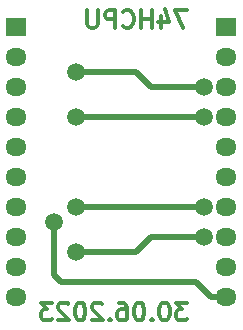
<source format=gbr>
G04 #@! TF.GenerationSoftware,KiCad,Pcbnew,(5.1.8)-1*
G04 #@! TF.CreationDate,2023-07-12T22:59:16+03:00*
G04 #@! TF.ProjectId,INV,494e562e-6b69-4636-9164-5f7063625858,rev?*
G04 #@! TF.SameCoordinates,PX48ab840PY2455c20*
G04 #@! TF.FileFunction,Copper,L2,Bot*
G04 #@! TF.FilePolarity,Positive*
%FSLAX46Y46*%
G04 Gerber Fmt 4.6, Leading zero omitted, Abs format (unit mm)*
G04 Created by KiCad (PCBNEW (5.1.8)-1) date 2023-07-12 22:59:16*
%MOMM*%
%LPD*%
G01*
G04 APERTURE LIST*
G04 #@! TA.AperFunction,NonConductor*
%ADD10C,0.300000*%
G04 #@! TD*
G04 #@! TA.AperFunction,ComponentPad*
%ADD11O,1.800000X1.500000*%
G04 #@! TD*
G04 #@! TA.AperFunction,ComponentPad*
%ADD12R,1.800000X1.500000*%
G04 #@! TD*
G04 #@! TA.AperFunction,ViaPad*
%ADD13C,1.500000*%
G04 #@! TD*
G04 #@! TA.AperFunction,Conductor*
%ADD14C,0.500000*%
G04 #@! TD*
G04 APERTURE END LIST*
D10*
X16985714Y-1083571D02*
X15985714Y-1083571D01*
X16628571Y-2583571D01*
X14771428Y-1583571D02*
X14771428Y-2583571D01*
X15128571Y-1012142D02*
X15485714Y-2083571D01*
X14557142Y-2083571D01*
X13985714Y-2583571D02*
X13985714Y-1083571D01*
X13985714Y-1797857D02*
X13128571Y-1797857D01*
X13128571Y-2583571D02*
X13128571Y-1083571D01*
X11557142Y-2440714D02*
X11628571Y-2512142D01*
X11842857Y-2583571D01*
X11985714Y-2583571D01*
X12200000Y-2512142D01*
X12342857Y-2369285D01*
X12414285Y-2226428D01*
X12485714Y-1940714D01*
X12485714Y-1726428D01*
X12414285Y-1440714D01*
X12342857Y-1297857D01*
X12200000Y-1155000D01*
X11985714Y-1083571D01*
X11842857Y-1083571D01*
X11628571Y-1155000D01*
X11557142Y-1226428D01*
X10914285Y-2583571D02*
X10914285Y-1083571D01*
X10342857Y-1083571D01*
X10200000Y-1155000D01*
X10128571Y-1226428D01*
X10057142Y-1369285D01*
X10057142Y-1583571D01*
X10128571Y-1726428D01*
X10200000Y-1797857D01*
X10342857Y-1869285D01*
X10914285Y-1869285D01*
X9414285Y-1083571D02*
X9414285Y-2297857D01*
X9342857Y-2440714D01*
X9271428Y-2512142D01*
X9128571Y-2583571D01*
X8842857Y-2583571D01*
X8700000Y-2512142D01*
X8628571Y-2440714D01*
X8557142Y-2297857D01*
X8557142Y-1083571D01*
X17009285Y-25848571D02*
X16080714Y-25848571D01*
X16580714Y-26420000D01*
X16366428Y-26420000D01*
X16223571Y-26491428D01*
X16152142Y-26562857D01*
X16080714Y-26705714D01*
X16080714Y-27062857D01*
X16152142Y-27205714D01*
X16223571Y-27277142D01*
X16366428Y-27348571D01*
X16795000Y-27348571D01*
X16937857Y-27277142D01*
X17009285Y-27205714D01*
X15152142Y-25848571D02*
X15009285Y-25848571D01*
X14866428Y-25920000D01*
X14795000Y-25991428D01*
X14723571Y-26134285D01*
X14652142Y-26420000D01*
X14652142Y-26777142D01*
X14723571Y-27062857D01*
X14795000Y-27205714D01*
X14866428Y-27277142D01*
X15009285Y-27348571D01*
X15152142Y-27348571D01*
X15295000Y-27277142D01*
X15366428Y-27205714D01*
X15437857Y-27062857D01*
X15509285Y-26777142D01*
X15509285Y-26420000D01*
X15437857Y-26134285D01*
X15366428Y-25991428D01*
X15295000Y-25920000D01*
X15152142Y-25848571D01*
X14009285Y-27205714D02*
X13937857Y-27277142D01*
X14009285Y-27348571D01*
X14080714Y-27277142D01*
X14009285Y-27205714D01*
X14009285Y-27348571D01*
X13009285Y-25848571D02*
X12866428Y-25848571D01*
X12723571Y-25920000D01*
X12652142Y-25991428D01*
X12580714Y-26134285D01*
X12509285Y-26420000D01*
X12509285Y-26777142D01*
X12580714Y-27062857D01*
X12652142Y-27205714D01*
X12723571Y-27277142D01*
X12866428Y-27348571D01*
X13009285Y-27348571D01*
X13152142Y-27277142D01*
X13223571Y-27205714D01*
X13295000Y-27062857D01*
X13366428Y-26777142D01*
X13366428Y-26420000D01*
X13295000Y-26134285D01*
X13223571Y-25991428D01*
X13152142Y-25920000D01*
X13009285Y-25848571D01*
X11223571Y-25848571D02*
X11509285Y-25848571D01*
X11652142Y-25920000D01*
X11723571Y-25991428D01*
X11866428Y-26205714D01*
X11937857Y-26491428D01*
X11937857Y-27062857D01*
X11866428Y-27205714D01*
X11795000Y-27277142D01*
X11652142Y-27348571D01*
X11366428Y-27348571D01*
X11223571Y-27277142D01*
X11152142Y-27205714D01*
X11080714Y-27062857D01*
X11080714Y-26705714D01*
X11152142Y-26562857D01*
X11223571Y-26491428D01*
X11366428Y-26420000D01*
X11652142Y-26420000D01*
X11795000Y-26491428D01*
X11866428Y-26562857D01*
X11937857Y-26705714D01*
X10437857Y-27205714D02*
X10366428Y-27277142D01*
X10437857Y-27348571D01*
X10509285Y-27277142D01*
X10437857Y-27205714D01*
X10437857Y-27348571D01*
X9795000Y-25991428D02*
X9723571Y-25920000D01*
X9580714Y-25848571D01*
X9223571Y-25848571D01*
X9080714Y-25920000D01*
X9009285Y-25991428D01*
X8937857Y-26134285D01*
X8937857Y-26277142D01*
X9009285Y-26491428D01*
X9866428Y-27348571D01*
X8937857Y-27348571D01*
X8009285Y-25848571D02*
X7866428Y-25848571D01*
X7723571Y-25920000D01*
X7652142Y-25991428D01*
X7580714Y-26134285D01*
X7509285Y-26420000D01*
X7509285Y-26777142D01*
X7580714Y-27062857D01*
X7652142Y-27205714D01*
X7723571Y-27277142D01*
X7866428Y-27348571D01*
X8009285Y-27348571D01*
X8152142Y-27277142D01*
X8223571Y-27205714D01*
X8295000Y-27062857D01*
X8366428Y-26777142D01*
X8366428Y-26420000D01*
X8295000Y-26134285D01*
X8223571Y-25991428D01*
X8152142Y-25920000D01*
X8009285Y-25848571D01*
X6937857Y-25991428D02*
X6866428Y-25920000D01*
X6723571Y-25848571D01*
X6366428Y-25848571D01*
X6223571Y-25920000D01*
X6152142Y-25991428D01*
X6080714Y-26134285D01*
X6080714Y-26277142D01*
X6152142Y-26491428D01*
X7009285Y-27348571D01*
X6080714Y-27348571D01*
X5580714Y-25848571D02*
X4652142Y-25848571D01*
X5152142Y-26420000D01*
X4937857Y-26420000D01*
X4795000Y-26491428D01*
X4723571Y-26562857D01*
X4652142Y-26705714D01*
X4652142Y-27062857D01*
X4723571Y-27205714D01*
X4795000Y-27277142D01*
X4937857Y-27348571D01*
X5366428Y-27348571D01*
X5509285Y-27277142D01*
X5580714Y-27205714D01*
D11*
X20320000Y-25400000D03*
X20320000Y-22860000D03*
X20320000Y-20320000D03*
X20320000Y-17780000D03*
X20320000Y-15240000D03*
X20320000Y-12700000D03*
X20320000Y-10160000D03*
X20320000Y-7620000D03*
X20320000Y-5080000D03*
D12*
X20320000Y-2540000D03*
D11*
X2540000Y-25400000D03*
X2540000Y-22860000D03*
X2540000Y-20320000D03*
X2540000Y-17780000D03*
X2540000Y-15240000D03*
X2540000Y-12700000D03*
X2540000Y-10160000D03*
X2540000Y-7620000D03*
X2540000Y-5080000D03*
D12*
X2540000Y-2540000D03*
D13*
X7620000Y-21590000D03*
X18415000Y-20320000D03*
X7620000Y-17780000D03*
X18415000Y-17780000D03*
X7620000Y-10160000D03*
X18415000Y-10160000D03*
X7620000Y-6350000D03*
X18415000Y-7620000D03*
X5715000Y-19050000D03*
D14*
X12700000Y-21590000D02*
X13970000Y-20320000D01*
X7620000Y-21590000D02*
X12700000Y-21590000D01*
X13970000Y-20320000D02*
X14605000Y-20320000D01*
X14605000Y-20320000D02*
X18415000Y-20320000D01*
X7620000Y-17780000D02*
X18415000Y-17780000D01*
X7620000Y-10160000D02*
X18415000Y-10160000D01*
X7620000Y-6350000D02*
X12700000Y-6350000D01*
X13970000Y-7620000D02*
X18415000Y-7620000D01*
X12700000Y-6350000D02*
X13970000Y-7620000D01*
X5715000Y-19050000D02*
X5715000Y-23495000D01*
X5715000Y-23495000D02*
X6350000Y-24130000D01*
X6350000Y-24130000D02*
X17780000Y-24130000D01*
X17780000Y-24130000D02*
X19050000Y-25400000D01*
X19050000Y-25400000D02*
X20320000Y-25400000D01*
M02*

</source>
